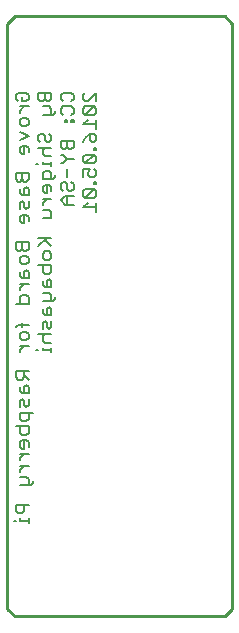
<source format=gbo>
G75*
%MOIN*%
%OFA0B0*%
%FSLAX25Y25*%
%IPPOS*%
%LPD*%
%AMOC8*
5,1,8,0,0,1.08239X$1,22.5*
%
%ADD10C,0.00800*%
%ADD11C,0.01000*%
D10*
X0013996Y0043745D02*
X0014696Y0043745D01*
X0015397Y0046247D02*
X0014696Y0046948D01*
X0014696Y0049050D01*
X0018900Y0049050D01*
X0017499Y0049050D02*
X0017499Y0046948D01*
X0016798Y0046247D01*
X0015397Y0046247D01*
X0016098Y0044446D02*
X0016098Y0043745D01*
X0018900Y0043745D01*
X0018900Y0044446D02*
X0018900Y0043044D01*
X0018900Y0055455D02*
X0018900Y0057557D01*
X0018199Y0058257D01*
X0016098Y0058257D01*
X0016098Y0059992D02*
X0016098Y0060693D01*
X0017499Y0062094D01*
X0018900Y0062094D02*
X0016098Y0062094D01*
X0016098Y0063829D02*
X0016098Y0064529D01*
X0017499Y0065931D01*
X0018900Y0065931D02*
X0016098Y0065931D01*
X0016798Y0067732D02*
X0016098Y0068433D01*
X0016098Y0069834D01*
X0016798Y0070535D01*
X0018199Y0070535D01*
X0018900Y0069834D01*
X0018900Y0068433D01*
X0017499Y0067732D02*
X0017499Y0070535D01*
X0018199Y0072336D02*
X0016798Y0072336D01*
X0016098Y0073037D01*
X0016098Y0075138D01*
X0016798Y0076940D02*
X0016098Y0077641D01*
X0016098Y0079742D01*
X0020301Y0079742D01*
X0018900Y0079742D02*
X0018900Y0077641D01*
X0018199Y0076940D01*
X0016798Y0076940D01*
X0014696Y0075138D02*
X0018900Y0075138D01*
X0018900Y0073037D01*
X0018199Y0072336D01*
X0017499Y0067732D02*
X0016798Y0067732D01*
X0020301Y0056856D02*
X0020301Y0056156D01*
X0019601Y0055455D01*
X0016098Y0055455D01*
X0016098Y0081544D02*
X0016098Y0083646D01*
X0016798Y0084346D01*
X0017499Y0083646D01*
X0017499Y0082245D01*
X0018199Y0081544D01*
X0018900Y0082245D01*
X0018900Y0084346D01*
X0018900Y0086148D02*
X0018900Y0088250D01*
X0018199Y0088950D01*
X0017499Y0088250D01*
X0017499Y0086148D01*
X0016798Y0086148D02*
X0018900Y0086148D01*
X0016798Y0086148D02*
X0016098Y0086848D01*
X0016098Y0088250D01*
X0015397Y0090752D02*
X0016798Y0090752D01*
X0017499Y0091452D01*
X0017499Y0093554D01*
X0017499Y0092153D02*
X0018900Y0090752D01*
X0018900Y0093554D02*
X0014696Y0093554D01*
X0014696Y0091452D01*
X0015397Y0090752D01*
X0016098Y0099893D02*
X0016098Y0100594D01*
X0017499Y0101995D01*
X0018900Y0101995D02*
X0016098Y0101995D01*
X0016798Y0103796D02*
X0016098Y0104497D01*
X0016098Y0105898D01*
X0016798Y0106599D01*
X0018199Y0106599D01*
X0018900Y0105898D01*
X0018900Y0104497D01*
X0018199Y0103796D01*
X0016798Y0103796D01*
X0016798Y0108267D02*
X0016798Y0109668D01*
X0015397Y0108967D02*
X0014696Y0108267D01*
X0015397Y0108967D02*
X0018900Y0108967D01*
X0022196Y0105831D02*
X0026400Y0105831D01*
X0025699Y0107633D02*
X0024999Y0108333D01*
X0024999Y0109735D01*
X0024298Y0110435D01*
X0023598Y0109735D01*
X0023598Y0107633D01*
X0024298Y0105831D02*
X0023598Y0105131D01*
X0023598Y0103730D01*
X0024298Y0103029D01*
X0026400Y0103029D01*
X0026400Y0101227D02*
X0026400Y0099826D01*
X0026400Y0100527D02*
X0023598Y0100527D01*
X0023598Y0101227D01*
X0022196Y0100527D02*
X0021496Y0100527D01*
X0025699Y0107633D02*
X0026400Y0108333D01*
X0026400Y0110435D01*
X0026400Y0112237D02*
X0026400Y0114339D01*
X0025699Y0115039D01*
X0024999Y0114339D01*
X0024999Y0112237D01*
X0024298Y0112237D02*
X0026400Y0112237D01*
X0024298Y0112237D02*
X0023598Y0112937D01*
X0023598Y0114339D01*
X0023598Y0116841D02*
X0027101Y0116841D01*
X0027801Y0117541D01*
X0027801Y0118242D01*
X0026400Y0118943D02*
X0026400Y0116841D01*
X0026400Y0118943D02*
X0025699Y0119643D01*
X0023598Y0119643D01*
X0024298Y0121445D02*
X0023598Y0122145D01*
X0023598Y0123546D01*
X0024298Y0121445D02*
X0026400Y0121445D01*
X0026400Y0123546D01*
X0025699Y0124247D01*
X0024999Y0123546D01*
X0024999Y0121445D01*
X0025699Y0126049D02*
X0024298Y0126049D01*
X0023598Y0126749D01*
X0023598Y0128851D01*
X0022196Y0128851D02*
X0026400Y0128851D01*
X0026400Y0126749D01*
X0025699Y0126049D01*
X0025699Y0130652D02*
X0024298Y0130652D01*
X0023598Y0131353D01*
X0023598Y0132754D01*
X0024298Y0133455D01*
X0025699Y0133455D01*
X0026400Y0132754D01*
X0026400Y0131353D01*
X0025699Y0130652D01*
X0026400Y0135256D02*
X0024298Y0137358D01*
X0024999Y0138059D02*
X0022196Y0135256D01*
X0022196Y0138059D02*
X0026400Y0138059D01*
X0026400Y0144464D02*
X0023598Y0144464D01*
X0023598Y0147267D02*
X0025699Y0147267D01*
X0026400Y0146566D01*
X0026400Y0144464D01*
X0023598Y0149001D02*
X0023598Y0149702D01*
X0024999Y0151103D01*
X0026400Y0151103D02*
X0023598Y0151103D01*
X0024298Y0152905D02*
X0023598Y0153605D01*
X0023598Y0155007D01*
X0024298Y0155707D01*
X0025699Y0155707D01*
X0026400Y0155007D01*
X0026400Y0153605D01*
X0024999Y0152905D02*
X0024999Y0155707D01*
X0026400Y0157509D02*
X0026400Y0159611D01*
X0025699Y0160311D01*
X0024298Y0160311D01*
X0023598Y0159611D01*
X0023598Y0157509D01*
X0027101Y0157509D01*
X0027801Y0158209D01*
X0027801Y0158910D01*
X0026400Y0161979D02*
X0026400Y0163380D01*
X0026400Y0162680D02*
X0023598Y0162680D01*
X0023598Y0163380D01*
X0022196Y0162680D02*
X0021496Y0162680D01*
X0024298Y0165182D02*
X0023598Y0165883D01*
X0023598Y0167284D01*
X0024298Y0167984D01*
X0024999Y0169786D02*
X0024298Y0170486D01*
X0024298Y0171888D01*
X0023598Y0172588D01*
X0022897Y0172588D01*
X0022196Y0171888D01*
X0022196Y0170486D01*
X0022897Y0169786D01*
X0022196Y0167984D02*
X0026400Y0167984D01*
X0025699Y0169786D02*
X0026400Y0170486D01*
X0026400Y0171888D01*
X0025699Y0172588D01*
X0025699Y0169786D02*
X0024999Y0169786D01*
X0024298Y0165182D02*
X0026400Y0165182D01*
X0029696Y0165682D02*
X0030397Y0165682D01*
X0031798Y0164281D01*
X0033900Y0164281D01*
X0033199Y0167484D02*
X0033900Y0168184D01*
X0033900Y0170286D01*
X0029696Y0170286D01*
X0029696Y0168184D01*
X0030397Y0167484D01*
X0031098Y0167484D01*
X0031798Y0168184D01*
X0031798Y0170286D01*
X0031798Y0168184D02*
X0032499Y0167484D01*
X0033199Y0167484D01*
X0031798Y0164281D02*
X0030397Y0162880D01*
X0029696Y0162880D01*
X0031798Y0161078D02*
X0031798Y0158276D01*
X0031098Y0156474D02*
X0031798Y0155774D01*
X0031798Y0154373D01*
X0032499Y0153672D01*
X0033199Y0153672D01*
X0033900Y0154373D01*
X0033900Y0155774D01*
X0033199Y0156474D01*
X0031098Y0156474D02*
X0030397Y0156474D01*
X0029696Y0155774D01*
X0029696Y0154373D01*
X0030397Y0153672D01*
X0031098Y0151871D02*
X0029696Y0150469D01*
X0031098Y0149068D01*
X0033900Y0149068D01*
X0033900Y0151871D02*
X0031098Y0151871D01*
X0031798Y0151871D02*
X0031798Y0149068D01*
X0037196Y0148167D02*
X0041400Y0148167D01*
X0041400Y0146766D02*
X0041400Y0149569D01*
X0040699Y0151370D02*
X0041400Y0152071D01*
X0041400Y0153472D01*
X0040699Y0154173D01*
X0037897Y0151370D01*
X0040699Y0151370D01*
X0040699Y0154173D02*
X0037897Y0154173D01*
X0037196Y0153472D01*
X0037196Y0152071D01*
X0037897Y0151370D01*
X0038598Y0149569D02*
X0037196Y0148167D01*
X0040699Y0155774D02*
X0041400Y0155774D01*
X0041400Y0156474D01*
X0040699Y0156474D01*
X0040699Y0155774D01*
X0040699Y0158276D02*
X0041400Y0158977D01*
X0041400Y0160378D01*
X0040699Y0161078D01*
X0040699Y0162880D02*
X0041400Y0163581D01*
X0041400Y0164982D01*
X0040699Y0165682D01*
X0037897Y0162880D01*
X0040699Y0162880D01*
X0039298Y0161078D02*
X0038598Y0159677D01*
X0038598Y0158977D01*
X0039298Y0158276D01*
X0040699Y0158276D01*
X0039298Y0161078D02*
X0037196Y0161078D01*
X0037196Y0158276D01*
X0037897Y0162880D02*
X0037196Y0163581D01*
X0037196Y0164982D01*
X0037897Y0165682D01*
X0040699Y0165682D01*
X0040699Y0167284D02*
X0041400Y0167284D01*
X0041400Y0167984D01*
X0040699Y0167984D01*
X0040699Y0167284D01*
X0040699Y0169786D02*
X0039999Y0169786D01*
X0039298Y0170486D01*
X0039298Y0172588D01*
X0040699Y0172588D01*
X0041400Y0171888D01*
X0041400Y0170486D01*
X0040699Y0169786D01*
X0037897Y0171187D02*
X0039298Y0172588D01*
X0037897Y0171187D02*
X0037196Y0169786D01*
X0037196Y0175791D02*
X0041400Y0175791D01*
X0041400Y0177192D02*
X0041400Y0174390D01*
X0038598Y0177192D02*
X0037196Y0175791D01*
X0037897Y0178994D02*
X0037196Y0179694D01*
X0037196Y0181095D01*
X0037897Y0181796D01*
X0040699Y0181796D01*
X0037897Y0178994D01*
X0040699Y0178994D01*
X0041400Y0179694D01*
X0041400Y0181095D01*
X0040699Y0181796D01*
X0041400Y0183598D02*
X0041400Y0186400D01*
X0038598Y0183598D01*
X0037897Y0183598D01*
X0037196Y0184298D01*
X0037196Y0185699D01*
X0037897Y0186400D01*
X0033900Y0185699D02*
X0033900Y0184298D01*
X0033199Y0183598D01*
X0033199Y0181796D02*
X0033900Y0181095D01*
X0033900Y0179694D01*
X0033199Y0178994D01*
X0033199Y0177192D02*
X0033900Y0177192D01*
X0033900Y0176492D01*
X0033199Y0176492D01*
X0033199Y0177192D01*
X0031798Y0177192D02*
X0031798Y0176492D01*
X0031098Y0176492D01*
X0031098Y0177192D01*
X0031798Y0177192D01*
X0030397Y0178994D02*
X0029696Y0179694D01*
X0029696Y0181095D01*
X0030397Y0181796D01*
X0033199Y0181796D01*
X0033900Y0185699D02*
X0033199Y0186400D01*
X0030397Y0186400D01*
X0029696Y0185699D01*
X0029696Y0184298D01*
X0030397Y0183598D01*
X0027801Y0180395D02*
X0027801Y0179694D01*
X0027101Y0178994D01*
X0023598Y0178994D01*
X0023598Y0181796D02*
X0025699Y0181796D01*
X0026400Y0181095D01*
X0026400Y0178994D01*
X0025699Y0183598D02*
X0024999Y0183598D01*
X0024298Y0184298D01*
X0024298Y0186400D01*
X0024298Y0184298D02*
X0023598Y0183598D01*
X0022897Y0183598D01*
X0022196Y0184298D01*
X0022196Y0186400D01*
X0026400Y0186400D01*
X0026400Y0184298D01*
X0025699Y0183598D01*
X0018900Y0184298D02*
X0018199Y0183598D01*
X0016798Y0183598D01*
X0016798Y0184999D01*
X0015397Y0186400D02*
X0018199Y0186400D01*
X0018900Y0185699D01*
X0018900Y0184298D01*
X0018900Y0181796D02*
X0016098Y0181796D01*
X0017499Y0181796D02*
X0016098Y0180395D01*
X0016098Y0179694D01*
X0016798Y0177959D02*
X0016098Y0177259D01*
X0016098Y0175858D01*
X0016798Y0175157D01*
X0018199Y0175157D01*
X0018900Y0175858D01*
X0018900Y0177259D01*
X0018199Y0177959D01*
X0016798Y0177959D01*
X0016098Y0173356D02*
X0018900Y0171954D01*
X0016098Y0170553D01*
X0016798Y0168752D02*
X0016098Y0168051D01*
X0016098Y0166650D01*
X0016798Y0165949D01*
X0017499Y0165949D01*
X0017499Y0168752D01*
X0018199Y0168752D02*
X0016798Y0168752D01*
X0018199Y0168752D02*
X0018900Y0168051D01*
X0018900Y0166650D01*
X0018900Y0159544D02*
X0018900Y0157442D01*
X0018199Y0156741D01*
X0017499Y0156741D01*
X0016798Y0157442D01*
X0016798Y0159544D01*
X0016798Y0157442D02*
X0016098Y0156741D01*
X0015397Y0156741D01*
X0014696Y0157442D01*
X0014696Y0159544D01*
X0018900Y0159544D01*
X0018199Y0154940D02*
X0017499Y0154239D01*
X0017499Y0152137D01*
X0016798Y0152137D02*
X0018900Y0152137D01*
X0018900Y0154239D01*
X0018199Y0154940D01*
X0016098Y0152838D02*
X0016798Y0152137D01*
X0016098Y0152838D02*
X0016098Y0154239D01*
X0016798Y0150336D02*
X0016098Y0149635D01*
X0016098Y0147534D01*
X0017499Y0148234D02*
X0017499Y0149635D01*
X0016798Y0150336D01*
X0017499Y0148234D02*
X0018199Y0147534D01*
X0018900Y0148234D01*
X0018900Y0150336D01*
X0018199Y0145732D02*
X0016798Y0145732D01*
X0016098Y0145031D01*
X0016098Y0143630D01*
X0016798Y0142930D01*
X0017499Y0142930D01*
X0017499Y0145732D01*
X0018199Y0145732D02*
X0018900Y0145031D01*
X0018900Y0143630D01*
X0018900Y0136524D02*
X0018900Y0134422D01*
X0018199Y0133722D01*
X0017499Y0133722D01*
X0016798Y0134422D01*
X0016798Y0136524D01*
X0016798Y0134422D02*
X0016098Y0133722D01*
X0015397Y0133722D01*
X0014696Y0134422D01*
X0014696Y0136524D01*
X0018900Y0136524D01*
X0018199Y0131920D02*
X0016798Y0131920D01*
X0016098Y0131220D01*
X0016098Y0129818D01*
X0016798Y0129118D01*
X0018199Y0129118D01*
X0018900Y0129818D01*
X0018900Y0131220D01*
X0018199Y0131920D01*
X0018199Y0127316D02*
X0017499Y0126616D01*
X0017499Y0124514D01*
X0016798Y0124514D02*
X0018900Y0124514D01*
X0018900Y0126616D01*
X0018199Y0127316D01*
X0016098Y0125215D02*
X0016798Y0124514D01*
X0016098Y0125215D02*
X0016098Y0126616D01*
X0016098Y0122712D02*
X0018900Y0122712D01*
X0018199Y0118876D02*
X0016798Y0118876D01*
X0016098Y0118175D01*
X0016098Y0116073D01*
X0014696Y0116073D02*
X0018900Y0116073D01*
X0018900Y0118175D01*
X0018199Y0118876D01*
X0016098Y0121311D02*
X0017499Y0122712D01*
X0016098Y0121311D02*
X0016098Y0120611D01*
X0024298Y0152905D02*
X0024999Y0152905D01*
X0015397Y0183598D02*
X0014696Y0184298D01*
X0014696Y0185699D01*
X0015397Y0186400D01*
D11*
X0011800Y0209300D02*
X0011800Y0014300D01*
X0014300Y0011800D01*
X0084300Y0011800D01*
X0086800Y0014300D01*
X0086800Y0209300D01*
X0084300Y0211800D01*
X0014300Y0211800D01*
X0011800Y0209300D01*
M02*

</source>
